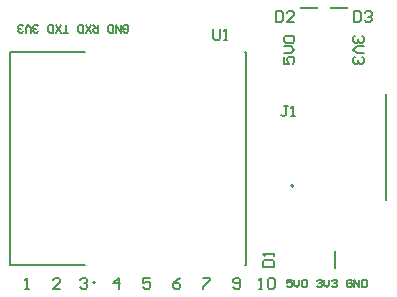
<source format=gto>
G04*
G04 #@! TF.GenerationSoftware,Altium Limited,Altium Designer,24.8.2 (39)*
G04*
G04 Layer_Color=65535*
%FSLAX25Y25*%
%MOIN*%
G70*
G04*
G04 #@! TF.SameCoordinates,DAEAB18A-5E43-4365-A400-F89FC780B00D*
G04*
G04*
G04 #@! TF.FilePolarity,Positive*
G04*
G01*
G75*
%ADD10C,0.00787*%
%ADD11C,0.00500*%
%ADD12C,0.00800*%
%ADD13R,0.05906X0.00787*%
%ADD14R,0.00787X0.05906*%
D10*
X432819Y213382D02*
G03*
X432819Y213382I-394J0D01*
G01*
X498894Y245626D02*
G03*
X498894Y245626I-394J0D01*
G01*
X529799Y240902D02*
Y276098D01*
D11*
X482701Y219287D02*
X483213D01*
X482701Y290154D02*
X483213D01*
X404472Y219287D02*
X429394D01*
X483213D02*
Y290154D01*
X404472D02*
X429394D01*
X404472Y219287D02*
Y290154D01*
D12*
X442166Y297117D02*
X442583Y296701D01*
X443416D01*
X443832Y297117D01*
Y298783D01*
X443416Y299200D01*
X442583D01*
X442166Y298783D01*
Y297950D01*
X442999D01*
X441333Y299200D02*
Y296701D01*
X439667Y299200D01*
Y296701D01*
X438834D02*
Y299200D01*
X437584D01*
X437168Y298783D01*
Y297117D01*
X437584Y296701D01*
X438834D01*
X433832Y299200D02*
Y296701D01*
X432583D01*
X432166Y297117D01*
Y297950D01*
X432583Y298367D01*
X433832D01*
X432999D02*
X432166Y299200D01*
X431333Y296701D02*
X429667Y299200D01*
Y296701D02*
X431333Y299200D01*
X428834Y296701D02*
Y299200D01*
X427584D01*
X427168Y298783D01*
Y297117D01*
X427584Y296701D01*
X428834D01*
X423832D02*
X422166D01*
X422999D01*
Y299200D01*
X421333Y296701D02*
X419667Y299200D01*
Y296701D02*
X421333Y299200D01*
X418834Y296701D02*
Y299200D01*
X417584D01*
X417168Y298783D01*
Y297117D01*
X417584Y296701D01*
X418834D01*
X413832Y297117D02*
X413416Y296701D01*
X412583D01*
X412166Y297117D01*
Y297534D01*
X412583Y297950D01*
X412999D01*
X412583D01*
X412166Y298367D01*
Y298783D01*
X412583Y299200D01*
X413416D01*
X413832Y298783D01*
X411333Y296701D02*
Y298367D01*
X410500Y299200D01*
X409667Y298367D01*
Y296701D01*
X408834Y297117D02*
X408417Y296701D01*
X407584D01*
X407168Y297117D01*
Y297534D01*
X407584Y297950D01*
X408001D01*
X407584D01*
X407168Y298367D01*
Y298783D01*
X407584Y299200D01*
X408417D01*
X408834Y298783D01*
X518334Y213883D02*
X517917Y214299D01*
X517084D01*
X516668Y213883D01*
Y212216D01*
X517084Y211800D01*
X517917D01*
X518334Y212216D01*
Y213050D01*
X517501D01*
X519167Y211800D02*
Y214299D01*
X520833Y211800D01*
Y214299D01*
X521666D02*
Y211800D01*
X522916D01*
X523332Y212216D01*
Y213883D01*
X522916Y214299D01*
X521666D01*
X506668Y213883D02*
X507084Y214299D01*
X507917D01*
X508334Y213883D01*
Y213466D01*
X507917Y213050D01*
X507501D01*
X507917D01*
X508334Y212633D01*
Y212216D01*
X507917Y211800D01*
X507084D01*
X506668Y212216D01*
X509167Y214299D02*
Y212633D01*
X510000Y211800D01*
X510833Y212633D01*
Y214299D01*
X511666Y213883D02*
X512083Y214299D01*
X512916D01*
X513332Y213883D01*
Y213466D01*
X512916Y213050D01*
X512499D01*
X512916D01*
X513332Y212633D01*
Y212216D01*
X512916Y211800D01*
X512083D01*
X511666Y212216D01*
X498334Y214299D02*
X496668D01*
Y213050D01*
X497501Y213466D01*
X497917D01*
X498334Y213050D01*
Y212216D01*
X497917Y211800D01*
X497084D01*
X496668Y212216D01*
X499167Y214299D02*
Y212633D01*
X500000Y211800D01*
X500833Y212633D01*
Y214299D01*
X501666Y213883D02*
X502083Y214299D01*
X502916D01*
X503332Y213883D01*
Y212216D01*
X502916Y211800D01*
X502083D01*
X501666Y212216D01*
Y213883D01*
X487376Y211300D02*
X488542D01*
X487959D01*
Y214799D01*
X487376Y214216D01*
X490292D02*
X490875Y214799D01*
X492041D01*
X492624Y214216D01*
Y211883D01*
X492041Y211300D01*
X490875D01*
X490292Y211883D01*
Y214216D01*
X451166Y214799D02*
X448834D01*
Y213049D01*
X450000Y213633D01*
X450583D01*
X451166Y213049D01*
Y211883D01*
X450583Y211300D01*
X449417D01*
X448834Y211883D01*
X461166Y214799D02*
X460000Y214216D01*
X458834Y213049D01*
Y211883D01*
X459417Y211300D01*
X460583D01*
X461166Y211883D01*
Y212466D01*
X460583Y213049D01*
X458834D01*
X478834Y211883D02*
X479417Y211300D01*
X480583D01*
X481166Y211883D01*
Y214216D01*
X480583Y214799D01*
X479417D01*
X478834Y214216D01*
Y213633D01*
X479417Y213049D01*
X481166D01*
X468834Y214799D02*
X471166D01*
Y214216D01*
X468834Y211883D01*
Y211300D01*
X427834Y214216D02*
X428417Y214799D01*
X429583D01*
X430166Y214216D01*
Y213633D01*
X429583Y213049D01*
X429000D01*
X429583D01*
X430166Y212466D01*
Y211883D01*
X429583Y211300D01*
X428417D01*
X427834Y211883D01*
X440583Y211300D02*
Y214799D01*
X438834Y213049D01*
X441166D01*
X421166Y211300D02*
X418834D01*
X421166Y213633D01*
Y214216D01*
X420583Y214799D01*
X419417D01*
X418834Y214216D01*
X409417Y211300D02*
X410583D01*
X410000D01*
Y214799D01*
X409417Y214216D01*
X495701Y288633D02*
Y286300D01*
X497451D01*
X496867Y287466D01*
Y288049D01*
X497451Y288633D01*
X498617D01*
X499200Y288049D01*
Y286883D01*
X498617Y286300D01*
X495701Y289799D02*
X498034D01*
X499200Y290965D01*
X498034Y292131D01*
X495701D01*
X496284Y293298D02*
X495701Y293881D01*
Y295047D01*
X496284Y295630D01*
X498617D01*
X499200Y295047D01*
Y293881D01*
X498617Y293298D01*
X496284D01*
X521716Y295700D02*
X522299Y295117D01*
Y293951D01*
X521716Y293367D01*
X521133D01*
X520549Y293951D01*
Y294534D01*
Y293951D01*
X519966Y293367D01*
X519383D01*
X518800Y293951D01*
Y295117D01*
X519383Y295700D01*
X522299Y292201D02*
X519966D01*
X518800Y291035D01*
X519966Y289869D01*
X522299D01*
X521716Y288702D02*
X522299Y288119D01*
Y286953D01*
X521716Y286370D01*
X521133D01*
X520549Y286953D01*
Y287536D01*
Y286953D01*
X519966Y286370D01*
X519383D01*
X518800Y286953D01*
Y288119D01*
X519383Y288702D01*
X472167Y297749D02*
Y294834D01*
X472751Y294251D01*
X473917D01*
X474500Y294834D01*
Y297749D01*
X475666Y294251D02*
X476833D01*
X476249D01*
Y297749D01*
X475666Y297166D01*
X497000Y272249D02*
X495834D01*
X496417D01*
Y269334D01*
X495834Y268751D01*
X495251D01*
X494667Y269334D01*
X498166Y268751D02*
X499333D01*
X498749D01*
Y272249D01*
X498166Y271666D01*
X519084Y303749D02*
Y300251D01*
X520834D01*
X521417Y300834D01*
Y303166D01*
X520834Y303749D01*
X519084D01*
X522583Y303166D02*
X523166Y303749D01*
X524333D01*
X524916Y303166D01*
Y302583D01*
X524333Y302000D01*
X523749D01*
X524333D01*
X524916Y301417D01*
Y300834D01*
X524333Y300251D01*
X523166D01*
X522583Y300834D01*
X493084Y303749D02*
Y300251D01*
X494834D01*
X495417Y300834D01*
Y303166D01*
X494834Y303749D01*
X493084D01*
X498916Y300251D02*
X496583D01*
X498916Y302583D01*
Y303166D01*
X498333Y303749D01*
X497166D01*
X496583Y303166D01*
X488751Y218667D02*
X492249D01*
Y220417D01*
X491666Y221000D01*
X489334D01*
X488751Y220417D01*
Y218667D01*
X492249Y222166D02*
Y223333D01*
Y222749D01*
X488751D01*
X489334Y222166D01*
D13*
X514000Y304849D02*
D03*
X504000D02*
D03*
D14*
X512843Y221000D02*
D03*
M02*

</source>
